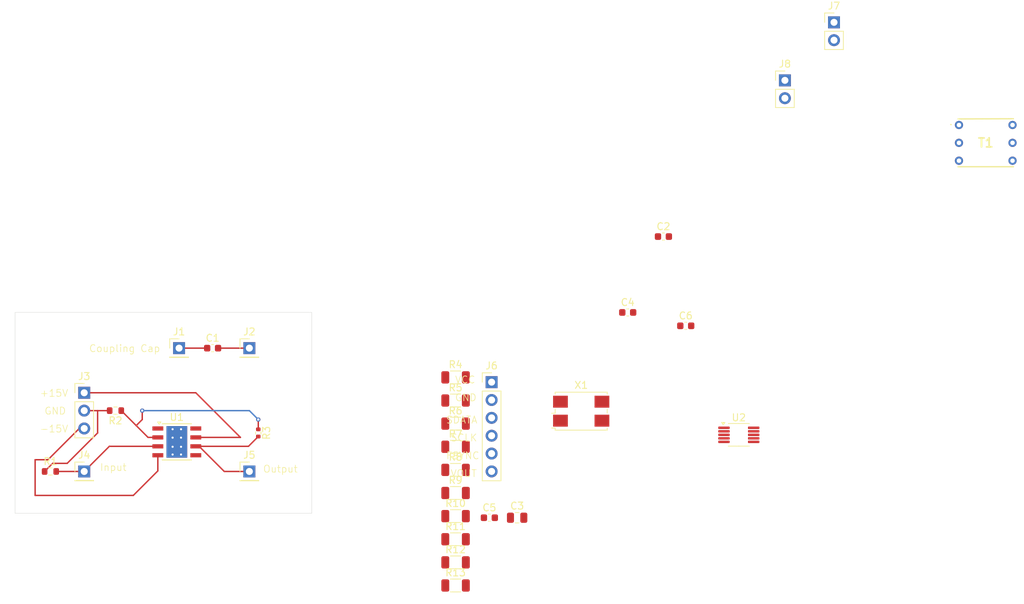
<source format=kicad_pcb>
(kicad_pcb (version 20240108) (generator "pcbnew") (generator_version "8.0")
  (layers (0 "F.Cu" signal) (31 "B.Cu" signal) (34 "B.Paste" user) (35 "F.Paste" user) (36 "B.SilkS" user "B.Silkscreen") (37 "F.SilkS" user "F.Silkscreen") (38 "B.Mask" user) (39 "F.Mask" user) (44 "Edge.Cuts" user))
  (net 0 "")
  (net 1 "Net-(J2-Pin_1)")
  (net 2 "Net-(J1-Pin_1)")
  (net 3 "-15V")
  (net 4 "+15V")
  (net 5 "Earth")
  (net 6 "Input")
  (net 7 "Output")
  (net 8 "Net-(U1--)")
  (net 9 "GND1")
  (net 10 "Net-(U2-CAP{slash}2.5V)")
  (net 11 "Net-(J6-Pin_1)")
  (net 12 "Net-(T1-SEC_2)")
  (net 13 "Net-(J8-Pin_1)")
  (net 14 "Net-(J7-Pin_2)")
  (net 16 "Net-(J8-Pin_2)")
  (net 18 "Net-(J6-Pin_4)")
  (net 19 "Net-(J7-Pin_1)")
  (net 20 "Net-(U2-COMP)")
  (net 21 "Net-(J6-Pin_5)")
  (net 22 "Net-(U2-MCLK)")
  (net 23 "Net-(J6-Pin_3)")
  (net 24 "Net-(J6-Pin_6)")
  (footprint "Connector_PinHeader_2.54mm:PinHeader_1x01_P2.54mm_Vertical" (layer "F.Cu") (at 130.81 105.81)
    (property "Reference" "J5" (at 0 -2.33 0) (layer "F.SilkS"))
    (property "Value" "Conn_01x01_Pin")
    (fp_line (start -1.33 -1.33) (end 0 -1.33) (stroke (width 0.12)) (layer "F.SilkS"))
    (fp_line (start -1.33 0) (end -1.33 -1.33) (stroke (width 0.12)) (layer "F.SilkS"))
    (fp_line (start -1.33 1.27) (end -1.33 1.33) (stroke (width 0.12)) (layer "F.SilkS"))
    (fp_line (start -1.33 1.27) (end 1.33 1.27) (stroke (width 0.12)) (layer "F.SilkS"))
    (fp_line (start -1.33 1.33) (end 1.33 1.33) (stroke (width 0.12)) (layer "F.SilkS"))
    (fp_line (start 1.33 1.27) (end 1.33 1.33) (stroke (width 0.12)) (layer "F.SilkS"))
    (pad "1" thru_hole rect (at 0 0) (size 1.7 1.7) (drill 1) (layers "*.Cu" "*.Mask") (net 7 "Output"))
  )
  (footprint "Connector_PinHeader_2.54mm:PinHeader_1x02_P2.54mm_Vertical" (layer "F.Cu") (at 207.01 50.165)
    (property "Reference" "J8" (at 0 -2.33 0) (layer "F.SilkS"))
    (property "Value" "Conn_01x02_Pin")
    (fp_line (start -1.33 -1.33) (end 0 -1.33) (stroke (width 0.12)) (layer "F.SilkS"))
    (fp_line (start -1.33 0) (end -1.33 -1.33) (stroke (width 0.12)) (layer "F.SilkS"))
    (fp_line (start -1.33 1.27) (end -1.33 3.87) (stroke (width 0.12)) (layer "F.SilkS"))
    (fp_line (start -1.33 1.27) (end 1.33 1.27) (stroke (width 0.12)) (layer "F.SilkS"))
    (fp_line (start -1.33 3.87) (end 1.33 3.87) (stroke (width 0.12)) (layer "F.SilkS"))
    (fp_line (start 1.33 1.27) (end 1.33 3.87) (stroke (width 0.12)) (layer "F.SilkS"))
    (pad "1" thru_hole rect (at 0 0) (size 1.7 1.7) (drill 1) (layers "*.Cu" "*.Mask") (net 13 "Net-(J8-Pin_1)"))
    (pad "2" thru_hole oval (at 0 2.54) (size 1.7 1.7) (drill 1) (layers "*.Cu" "*.Mask") (net 16 "Net-(J8-Pin_2)"))
  )
  (footprint "Connector_PinHeader_2.54mm:PinHeader_1x06_P2.54mm_Vertical" (layer "F.Cu") (at 165.28 93.105)
    (property "Reference" "J6" (at 0 -2.33 0) (layer "F.SilkS"))
    (property "Value" "C37208")
    (fp_line (start -1.33 -1.33) (end 0 -1.33) (stroke (width 0.12)) (layer "F.SilkS"))
    (fp_line (start -1.33 0) (end -1.33 -1.33) (stroke (width 0.12)) (layer "F.SilkS"))
    (fp_line (start -1.33 1.27) (end -1.33 14.03) (stroke (width 0.12)) (layer "F.SilkS"))
    (fp_line (start -1.33 1.27) (end 1.33 1.27) (stroke (width 0.12)) (layer "F.SilkS"))
    (fp_line (start -1.33 14.03) (end 1.33 14.03) (stroke (width 0.12)) (layer "F.SilkS"))
    (fp_line (start 1.33 1.27) (end 1.33 14.03) (stroke (width 0.12)) (layer "F.SilkS"))
    (pad "1" thru_hole rect (at 0 0) (size 1.7 1.7) (drill 1) (layers "*.Cu" "*.Mask") (net 11 "Net-(J6-Pin_1)"))
    (pad "2" thru_hole oval (at 0 2.54) (size 1.7 1.7) (drill 1) (layers "*.Cu" "*.Mask") (net 9 "GND1"))
    (pad "3" thru_hole oval (at 0 5.08) (size 1.7 1.7) (drill 1) (layers "*.Cu" "*.Mask") (net 23 "Net-(J6-Pin_3)"))
    (pad "4" thru_hole oval (at 0 7.62) (size 1.7 1.7) (drill 1) (layers "*.Cu" "*.Mask") (net 18 "Net-(J6-Pin_4)"))
    (pad "5" thru_hole oval (at 0 10.16) (size 1.7 1.7) (drill 1) (layers "*.Cu" "*.Mask") (net 21 "Net-(J6-Pin_5)"))
    (pad "6" thru_hole oval (at 0 12.7) (size 1.7 1.7) (drill 1) (layers "*.Cu" "*.Mask") (net 24 "Net-(J6-Pin_6)"))
  )
  (footprint "Package_SO:TI_SO-PowerPAD-8_ThermalVias" (layer "F.Cu") (at 120.49 101.6)
    (property "Reference" "U1" (at 0 -3.5 0) (layer "F.SilkS"))
    (property "Value" "THS3091DDAR")
    (fp_line (start -2.075 -2.575) (end 2.075 -2.575) (stroke (width 0.15)) (layer "F.SilkS"))
    (fp_line (start -2.075 2.575) (end 2.075 2.575) (stroke (width 0.15)) (layer "F.SilkS"))
    (fp_poly (pts (xy -2.5 -2.5) (xy -2.74 -2.83) (xy -2.26 -2.83) (xy -2.5 -2.5)) (stroke (width 0.12)) (fill solid) (layer "F.SilkS"))
    (pad "1" smd rect (at -2.7 -1.905) (size 1.55 0.6) (layers "F.Cu" "F.Paste" "F.Mask"))
    (pad "2" smd rect (at -2.7 -0.635) (size 1.55 0.6) (layers "F.Cu" "F.Paste" "F.Mask") (net 8 "Net-(U1--)"))
    (pad "3" smd rect (at -2.7 0.635) (size 1.55 0.6) (layers "F.Cu" "F.Paste" "F.Mask") (net 6 "Input"))
    (pad "4" smd rect (at -2.7 1.905) (size 1.55 0.6) (layers "F.Cu" "F.Paste" "F.Mask") (net 3 "-15V"))
    (pad "5" smd rect (at 2.7 1.905) (size 1.55 0.6) (layers "F.Cu" "F.Paste" "F.Mask"))
    (pad "6" smd rect (at 2.7 0.635) (size 1.55 0.6) (layers "F.Cu" "F.Paste" "F.Mask") (net 7 "Output"))
    (pad "7" smd rect (at 2.7 -0.635) (size 1.55 0.6) (layers "F.Cu" "F.Paste" "F.Mask") (net 4 "+15V"))
    (pad "8" smd rect (at 2.7 -1.905) (size 1.55 0.6) (layers "F.Cu" "F.Paste" "F.Mask"))
    (pad "9" thru_hole circle (at -0.6 -1.8) (size 0.6 0.6) (drill 0.3) (layers "*.Cu"))
    (pad "9" thru_hole circle (at -0.6 -0.6) (size 0.6 0.6) (drill 0.3) (layers "*.Cu"))
    (pad "9" thru_hole circle (at -0.6 0.7) (size 0.6 0.6) (drill 0.3) (layers "*.Cu"))
    (pad "9" thru_hole circle (at -0.6 1.8) (size 0.6 0.6) (drill 0.3) (layers "*.Cu"))
    (pad "9" smd rect (at 0 0) (size 2.6 3.1) (layers "F.Cu" "F.Paste" "F.Mask"))
    (pad "9" smd rect (at 0 0) (size 2.95 4.5) (layers "F.Cu"))
    (pad "9" smd rect (at 0 0) (size 2.95 4.5) (layers "B.Cu"))
    (pad "9" thru_hole circle (at 0.6 -1.8) (size 0.6 0.6) (drill 0.3) (layers "*.Cu"))
    (pad "9" thru_hole circle (at 0.6 -0.6) (size 0.6 0.6) (drill 0.3) (layers "*.Cu"))
    (pad "9" thru_hole circle (at 0.6 0.7) (size 0.6 0.6) (drill 0.3) (layers "*.Cu"))
    (pad "9" thru_hole circle (at 0.6 1.8) (size 0.6 0.6) (drill 0.3) (layers "*.Cu"))
  )
  (footprint "Connector_PinHeader_2.54mm:PinHeader_1x02_P2.54mm_Vertical" (layer "F.Cu") (at 213.995 41.91)
    (property "Reference" "J7" (at 0 -2.33 0) (layer "F.SilkS"))
    (property "Value" "Conn_01x02_Pin")
    (fp_line (start -1.33 -1.33) (end 0 -1.33) (stroke (width 0.12)) (layer "F.SilkS"))
    (fp_line (start -1.33 0) (end -1.33 -1.33) (stroke (width 0.12)) (layer "F.SilkS"))
    (fp_line (start -1.33 1.27) (end -1.33 3.87) (stroke (width 0.12)) (layer "F.SilkS"))
    (fp_line (start -1.33 1.27) (end 1.33 1.27) (stroke (width 0.12)) (layer "F.SilkS"))
    (fp_line (start -1.33 3.87) (end 1.33 3.87) (stroke (width 0.12)) (layer "F.SilkS"))
    (fp_line (start 1.33 1.27) (end 1.33 3.87) (stroke (width 0.12)) (layer "F.SilkS"))
    (pad "1" thru_hole rect (at 0 0) (size 1.7 1.7) (drill 1) (layers "*.Cu" "*.Mask") (net 19 "Net-(J7-Pin_1)"))
    (pad "2" thru_hole oval (at 0 2.54) (size 1.7 1.7) (drill 1) (layers "*.Cu" "*.Mask") (net 14 "Net-(J7-Pin_2)"))
  )
  (footprint "Connector_PinHeader_2.54mm:PinHeader_1x01_P2.54mm_Vertical" (layer "F.Cu") (at 130.81 88.265)
    (property "Reference" "J2" (at 0 -2.33 0) (layer "F.SilkS"))
    (property "Value" "Conn_01x01_Pin")
    (fp_line (start -1.33 -1.33) (end 0 -1.33) (stroke (width 0.12)) (layer "F.SilkS"))
    (fp_line (start -1.33 0) (end -1.33 -1.33) (stroke (width 0.12)) (layer "F.SilkS"))
    (fp_line (start -1.33 1.27) (end -1.33 1.33) (stroke (width 0.12)) (layer "F.SilkS"))
    (fp_line (start -1.33 1.27) (end 1.33 1.27) (stroke (width 0.12)) (layer "F.SilkS"))
    (fp_line (start -1.33 1.33) (end 1.33 1.33) (stroke (width 0.12)) (layer "F.SilkS"))
    (fp_line (start 1.33 1.27) (end 1.33 1.33) (stroke (width 0.12)) (layer "F.SilkS"))
    (pad "1" thru_hole rect (at 0 0) (size 1.7 1.7) (drill 1) (layers "*.Cu" "*.Mask") (net 1 "Net-(J2-Pin_1)"))
  )
  (footprint "Mouser:SWB1040PCL" (layer "F.Cu") (at 231.775 56.515)
    (property "Reference" "T1" (at 3.81 2.54 0) (layer "F.SilkS") (effects (font (size 1.27 1.27) (thickness 0.254))))
    (property "Value" "SWB1040-PCL" (hide yes))
    (fp_line (start -1.19 -0.06) (end -1.19 -0.06) (stroke (width 0.1)) (layer "F.SilkS"))
    (fp_line (start -1.09 -0.06) (end -1.09 -0.06) (stroke (width 0.1)) (layer "F.SilkS"))
    (fp_line (start -0.125 -0.86) (end 7.745 -0.89) (stroke (width 0.2)) (layer "F.SilkS"))
    (fp_line (start -0.125 5.94) (end 7.745 5.94) (stroke (width 0.2)) (layer "F.SilkS"))
    (fp_arc (start -1.19 -0.06) (mid -1.14 -0.11) (end -1.09 -0.06) (stroke (width 0.1)) (layer "F.SilkS"))
    (fp_arc (start -1.09 -0.06) (mid -1.14 -0.01) (end -1.19 -0.06) (stroke (width 0.1)) (layer "F.SilkS"))
    (pad "1" thru_hole circle (at 0 0) (size 1.173 1.173) (drill 0.64) (layers "*.Cu" "*.Mask") (net 13 "Net-(J8-Pin_1)"))
    (pad "2" thru_hole circle (at 0 2.54) (size 1.173 1.173) (drill 0.64) (layers "*.Cu" "*.Mask"))
    (pad "3" thru_hole circle (at 0 5.08) (size 1.173 1.173) (drill 0.64) (layers "*.Cu" "*.Mask") (net 16 "Net-(J8-Pin_2)"))
    (pad "4" thru_hole circle (at 7.62 5.08) (size 1.173 1.173) (drill 0.64) (layers "*.Cu" "*.Mask") (net 14 "Net-(J7-Pin_2)"))
    (pad "5" thru_hole circle (at 7.62 2.54) (size 1.173 1.173) (drill 0.64) (layers "*.Cu" "*.Mask"))
    (pad "6" thru_hole circle (at 7.62 0) (size 1.173 1.173) (drill 0.64) (layers "*.Cu" "*.Mask") (net 12 "Net-(T1-SEC_2)"))
  )
  (footprint "Connector_PinHeader_2.54mm:PinHeader_1x01_P2.54mm_Vertical" (layer "F.Cu") (at 120.81 88.265)
    (property "Reference" "J1" (at 0 -2.33 0) (layer "F.SilkS"))
    (property "Value" "Conn_01x01_Pin")
    (fp_line (start -1.33 -1.33) (end 0 -1.33) (stroke (width 0.12)) (layer "F.SilkS"))
    (fp_line (start -1.33 0) (end -1.33 -1.33) (stroke (width 0.12)) (layer "F.SilkS"))
    (fp_line (start -1.33 1.27) (end -1.33 1.33) (stroke (width 0.12)) (layer "F.SilkS"))
    (fp_line (start -1.33 1.27) (end 1.33 1.27) (stroke (width 0.12)) (layer "F.SilkS"))
    (fp_line (start -1.33 1.33) (end 1.33 1.33) (stroke (width 0.12)) (layer "F.SilkS"))
    (fp_line (start 1.33 1.27) (end 1.33 1.33) (stroke (width 0.12)) (layer "F.SilkS"))
    (pad "1" thru_hole rect (at 0 0) (size 1.7 1.7) (drill 1) (layers "*.Cu" "*.Mask") (net 2 "Net-(J1-Pin_1)"))
  )
  (footprint "Capacitor_SMD:C_0603_1608Metric" (layer "F.Cu") (at 192.9 85.09)
    (property "Reference" "C6" (at 0 -1.43 0) (layer "F.SilkS"))
    (property "Value" "C14663")
    (fp_line (start -0.14058 -0.51) (end 0.14058 -0.51) (stroke (width 0.12)) (layer "F.SilkS"))
    (fp_line (start -0.14058 0.51) (end 0.14058 0.51) (stroke (width 0.12)) (layer "F.SilkS"))
    (pad "1" smd roundrect (at -0.775 0) (size 0.9 0.95) (layers "F.Cu" "F.Paste" "F.Mask") (net 11 "Net-(J6-Pin_1)"))
    (pad "2" smd roundrect (at 0.775 0) (size 0.9 0.95) (layers "F.Cu" "F.Paste" "F.Mask") (net 9 "GND1"))
  )
  (footprint "Capacitor_SMD:C_0603_1608Metric" (layer "F.Cu") (at 189.725 72.39)
    (property "Reference" "C2" (at 0 -1.43 0) (layer "F.SilkS"))
    (property "Value" "C14663")
    (fp_line (start -0.14058 -0.51) (end 0.14058 -0.51) (stroke (width 0.12)) (layer "F.SilkS"))
    (fp_line (start -0.14058 0.51) (end 0.14058 0.51) (stroke (width 0.12)) (layer "F.SilkS"))
    (pad "1" smd roundrect (at -0.775 0) (size 0.9 0.95) (layers "F.Cu" "F.Paste" "F.Mask") (net 9 "GND1"))
    (pad "2" smd roundrect (at 0.775 0) (size 0.9 0.95) (layers "F.Cu" "F.Paste" "F.Mask") (net 10 "Net-(U2-CAP{slash}2.5V)"))
  )
  (footprint "Crystal:Crystal_SMD_7050-4Pin_7.0x5.0mm" (layer "F.Cu") (at 178.025 97.235)
    (property "Reference" "X1" (at 0 -3.7 0) (layer "F.SilkS"))
    (property "Value" "C558756")
    (fp_line (start -4.2 0.3) (end -3.7 0.3) (stroke (width 0.12)) (layer "F.SilkS"))
    (fp_line (start -4.2 2.4) (end -3.7 2.4) (stroke (width 0.12)) (layer "F.SilkS"))
    (fp_line (start -3.7 -2.7) (end 3.7 -2.7) (stroke (width 0.12)) (layer "F.SilkS"))
    (fp_line (start -3.7 -2.4) (end -3.7 -2.7) (stroke (width 0.12)) (layer "F.SilkS"))
    (fp_line (start -3.7 0.3) (end -3.7 -0.3) (stroke (width 0.12)) (layer "F.SilkS"))
    (fp_line (start -3.7 2.4) (end -3.7 2.7) (stroke (width 0.12)) (layer "F.SilkS"))
    (fp_line (start -3.7 2.7) (end 3.7 2.7) (stroke (width 0.12)) (layer "F.SilkS"))
    (fp_line (start 3.7 -2.7) (end 3.7 -2.4) (stroke (width 0.12)) (layer "F.SilkS"))
    (fp_line (start 3.7 -0.3) (end 3.7 0.3) (stroke (width 0.12)) (layer "F.SilkS"))
    (fp_line (start 3.7 2.7) (end 3.7 2.4) (stroke (width 0.12)) (layer "F.SilkS"))
    (pad "1" smd rect (at -2.95 1.35) (size 2.1 1.7) (layers "F.Cu" "F.Paste" "F.Mask") (net 11 "Net-(J6-Pin_1)"))
    (pad "2" smd rect (at 2.95 1.35) (size 2.1 1.7) (layers "F.Cu" "F.Paste" "F.Mask") (net 9 "GND1"))
    (pad "3" smd rect (at 2.95 -1.35) (size 2.1 1.7) (layers "F.Cu" "F.Paste" "F.Mask") (net 22 "Net-(U2-MCLK)"))
    (pad "4" smd rect (at -2.95 -1.35) (size 2.1 1.7) (layers "F.Cu" "F.Paste" "F.Mask") (net 11 "Net-(J6-Pin_1)"))
  )
  (footprint "Capacitor_SMD:C_0603_1608Metric" (layer "F.Cu") (at 125.585 88.265)
    (property "Reference" "C1" (at 0 -1.43 0) (layer "F.SilkS"))
    (property "Value" "CC0603KRX7R9BB104")
    (fp_line (start -0.14058 -0.51) (end 0.14058 -0.51) (stroke (width 0.12)) (layer "F.SilkS"))
    (fp_line (start -0.14058 0.51) (end 0.14058 0.51) (stroke (width 0.12)) (layer "F.SilkS"))
    (pad "1" smd roundrect (at -0.775 0) (size 0.9 0.95) (layers "F.Cu" "F.Paste" "F.Mask") (net 2 "Net-(J1-Pin_1)"))
    (pad "2" smd roundrect (at 0.775 0) (size 0.9 0.95) (layers "F.Cu" "F.Paste" "F.Mask") (net 1 "Net-(J2-Pin_1)"))
  )
  (footprint "Resistor_SMD:R_1206_3216Metric" (layer "F.Cu") (at 160.15 115.455)
    (property "Reference" "R11" (at 0 -1.82 0) (layer "F.SilkS"))
    (property "Value" "C17901")
    (fp_line (start -0.727064 -0.91) (end 0.727064 -0.91) (stroke (width 0.12)) (layer "F.SilkS"))
    (fp_line (start -0.727064 0.91) (end 0.727064 0.91) (stroke (width 0.12)) (layer "F.SilkS"))
    (pad "1" smd roundrect (at -1.4625 0) (size 1.125 1.75) (layers "F.Cu" "F.Paste" "F.Mask") (roundrect_rratio 0.222222) (net 12 "Net-(T1-SEC_2)"))
    (pad "2" smd roundrect (at 1.4625 0) (size 1.125 1.75) (layers "F.Cu" "F.Paste" "F.Mask") (roundrect_rratio 0.222222) (net 19 "Net-(J7-Pin_1)"))
  )
  (footprint "Resistor_SMD:R_1206_3216Metric" (layer "F.Cu") (at 160.15 108.875)
    (property "Reference" "R9" (at 0 -1.82 0) (layer "F.SilkS"))
    (property "Value" "C17901")
    (fp_line (start -0.727064 -0.91) (end 0.727064 -0.91) (stroke (width 0.12)) (layer "F.SilkS"))
    (fp_line (start -0.727064 0.91) (end 0.727064 0.91) (stroke (width 0.12)) (layer "F.SilkS"))
    (pad "1" smd roundrect (at -1.4625 0) (size 1.125 1.75) (layers "F.Cu" "F.Paste" "F.Mask") (roundrect_rratio 0.222222) (net 12 "Net-(T1-SEC_2)"))
    (pad "2" smd roundrect (at 1.4625 0) (size 1.125 1.75) (layers "F.Cu" "F.Paste" "F.Mask") (roundrect_rratio 0.222222) (net 19 "Net-(J7-Pin_1)"))
  )
  (footprint "Resistor_SMD:R_0603_1608Metric" (layer "F.Cu") (at 102.505 105.81)
    (property "Reference" "R1" (at 0 -1.43 0) (layer "F.SilkS"))
    (property "Value" "RT0603BRE0750RL")
    (fp_line (start -0.237258 -0.5225) (end 0.237258 -0.5225) (stroke (width 0.12)) (layer "F.SilkS"))
    (fp_line (start -0.237258 0.5225) (end 0.237258 0.5225) (stroke (width 0.12)) (layer "F.SilkS"))
    (pad "1" smd roundrect (at -0.825 0) (size 0.8 0.95) (layers "F.Cu" "F.Paste" "F.Mask") (net 5 "Earth"))
    (pad "2" smd roundrect (at 0.825 0) (size 0.8 0.95) (layers "F.Cu" "F.Paste" "F.Mask") (net 6 "Input"))
  )
  (footprint "Resistor_SMD:R_1206_3216Metric" (layer "F.Cu") (at 160.15 102.295)
    (property "Reference" "R7" (at 0 -1.82 0) (layer "F.SilkS"))
    (property "Value" "C17901")
    (fp_line (start -0.727064 -0.91) (end 0.727064 -0.91) (stroke (width 0.12)) (layer "F.SilkS"))
    (fp_line (start -0.727064 0.91) (end 0.727064 0.91) (stroke (width 0.12)) (layer "F.SilkS"))
    (pad "1" smd roundrect (at -1.4625 0) (size 1.125 1.75) (layers "F.Cu" "F.Paste" "F.Mask") (roundrect_rratio 0.222222) (net 12 "Net-(T1-SEC_2)"))
    (pad "2" smd roundrect (at 1.4625 0) (size 1.125 1.75) (layers "F.Cu" "F.Paste" "F.Mask") (roundrect_rratio 0.222222) (net 19 "Net-(J7-Pin_1)"))
  )
  (footprint "Capacitor_SMD:C_0603_1608Metric" (layer "F.Cu") (at 184.645 83.185)
    (property "Reference" "C4" (at 0 -1.43 0) (layer "F.SilkS"))
    (property "Value" "C14663")
    (fp_line (start -0.14058 -0.51) (end 0.14058 -0.51) (stroke (width 0.12)) (layer "F.SilkS"))
    (fp_line (start -0.14058 0.51) (end 0.14058 0.51) (stroke (width 0.12)) (layer "F.SilkS"))
    (pad "1" smd roundrect (at -0.775 0) (size 0.9 0.95) (layers "F.Cu" "F.Paste" "F.Mask") (net 9 "GND1"))
    (pad "2" smd roundrect (at 0.775 0) (size 0.9 0.95) (layers "F.Cu" "F.Paste" "F.Mask") (net 11 "Net-(J6-Pin_1)"))
  )
  (footprint "Resistor_SMD:R_0603_1608Metric" (layer "F.Cu") (at 111.76 97.155 180)
    (property "Reference" "R2" (at 0 -1.43 0) (layer "F.SilkS"))
    (property "Value" "0603WAF1001T5E")
    (fp_line (start -0.237258 0.5225) (end 0.237258 0.5225) (stroke (width 0.12)) (layer "F.SilkS"))
    (fp_line (start -0.237258 -0.5225) (end 0.237258 -0.5225) (stroke (width 0.12)) (layer "F.SilkS"))
    (pad "1" smd roundrect (at -0.825 0 180) (size 0.8 0.95) (layers "F.Cu" "F.Paste" "F.Mask") (net 8 "Net-(U1--)"))
    (pad "2" smd roundrect (at 0.825 0 180) (size 0.8 0.95) (layers "F.Cu" "F.Paste" "F.Mask") (net 5 "Earth"))
  )
  (footprint "Resistor_SMD:R_1206_3216Metric" (layer "F.Cu") (at 160.15 112.165)
    (property "Reference" "R10" (at 0 -1.82 0) (layer "F.SilkS"))
    (property "Value" "C17901")
    (fp_line (start -0.727064 -0.91) (end 0.727064 -0.91) (stroke (width 0.12)) (layer "F.SilkS"))
    (fp_line (start -0.727064 0.91) (end 0.727064 0.91) (stroke (width 0.12)) (layer "F.SilkS"))
    (pad "1" smd roundrect (at -1.4625 0) (size 1.125 1.75) (layers "F.Cu" "F.Paste" "F.Mask") (roundrect_rratio 0.222222) (net 12 "Net-(T1-SEC_2)"))
    (pad "2" smd roundrect (at 1.4625 0) (size 1.125 1.75) (layers "F.Cu" "F.Paste" "F.Mask") (roundrect_rratio 0.222222) (net 19 "Net-(J7-Pin_1)"))
  )
  (footprint "Resistor_SMD:R_1206_3216Metric" (layer "F.Cu") (at 160.15 105.585)
    (property "Reference" "R8" (at 0 -1.82 0) (layer "F.SilkS"))
    (property "Value" "C17901")
    (fp_line (start -0.727064 -0.91) (end 0.727064 -0.91) (stroke (width 0.12)) (layer "F.SilkS"))
    (fp_line (start -0.727064 0.91) (end 0.727064 0.91) (stroke (width 0.12)) (layer "F.SilkS"))
    (pad "1" smd roundrect (at -1.4625 0) (size 1.125 1.75) (layers "F.Cu" "F.Paste" "F.Mask") (roundrect_rratio 0.222222) (net 12 "Net-(T1-SEC_2)"))
    (pad "2" smd roundrect (at 1.4625 0) (size 1.125 1.75) (layers "F.Cu" "F.Paste" "F.Mask") (roundrect_rratio 0.222222) (net 19 "Net-(J7-Pin_1)"))
  )
  (footprint "Resistor_SMD:R_1206_3216Metric" (layer "F.Cu") (at 160.15 95.715)
    (property "Reference" "R5" (at 0 -1.82 0) (layer "F.SilkS"))
    (property "Value" "C17901")
    (fp_line (start -0.727064 -0.91) (end 0.727064 -0.91) (stroke (width 0.12)) (layer "F.SilkS"))
    (fp_line (start -0.727064 0.91) (end 0.727064 0.91) (stroke (width 0.12)) (layer "F.SilkS"))
    (pad "1" smd roundrect (at -1.4625 0) (size 1.125 1.75) (layers "F.Cu" "F.Paste" "F.Mask") (roundrect_rratio 0.222222) (net 12 "Net-(T1-SEC_2)"))
    (pad "2" smd roundrect (at 1.4625 0) (size 1.125 1.75) (layers "F.Cu" "F.Paste" "F.Mask") (roundrect_rratio 0.222222) (net 19 "Net-(J7-Pin_1)"))
  )
  (footprint "Capacitor_SMD:C_0603_1608Metric" (layer "F.Cu") (at 164.96 112.395)
    (property "Reference" "C5" (at 0 -1.43 0) (layer "F.SilkS"))
    (property "Value" "C57112")
    (fp_line (start -0.14058 -0.51) (end 0.14058 -0.51) (stroke (width 0.12)) (layer "F.SilkS"))
    (fp_line (start -0.14058 0.51) (end 0.14058 0.51) (stroke (width 0.12)) (layer "F.SilkS"))
    (pad "1" smd roundrect (at -0.775 0) (size 0.9 0.95) (layers "F.Cu" "F.Paste" "F.Mask") (net 11 "Net-(J6-Pin_1)"))
    (pad "2" smd roundrect (at 0.775 0) (size 0.9 0.95) (layers "F.Cu" "F.Paste" "F.Mask") (net 20 "Net-(U2-COMP)"))
  )
  (footprint "Capacitor_SMD:C_0805_2012Metric" (layer "F.Cu") (at 168.91 112.395)
    (property "Reference" "C3" (at 0 -1.68 0) (layer "F.SilkS"))
    (property "Value" "C1779")
    (fp_line (start -0.261252 -0.735) (end 0.261252 -0.735) (stroke (width 0.12)) (layer "F.SilkS"))
    (fp_line (start -0.261252 0.735) (end 0.261252 0.735) (stroke (width 0.12)) (layer "F.SilkS"))
    (pad "1" smd roundrect (at -0.95 0) (size 1 1.45) (layers "F.Cu" "F.Paste" "F.Mask") (net 9 "GND1"))
    (pad "2" smd roundrect (at 0.95 0) (size 1 1.45) (layers "F.Cu" "F.Paste" "F.Mask") (net 11 "Net-(J6-Pin_1)"))
  )
  (footprint "Resistor_SMD:R_0402_1005Metric" (layer "F.Cu") (at 132.08 100.33 -90)
    (property "Reference" "R3" (at 0 -1.17 90) (layer "F.SilkS"))
    (property "Value" "RTT025002FTH")
    (fp_line (start -0.153641 0.38) (end 0.153641 0.38) (stroke (width 0.12)) (layer "F.SilkS"))
    (fp_line (start -0.153641 -0.38) (end 0.153641 -0.38) (stroke (width 0.12)) (layer "F.SilkS"))
    (pad "1" smd roundrect (at -0.51 0 270) (size 0.54 0.64) (layers "F.Cu" "F.Paste" "F.Mask") (net 8 "Net-(U1--)"))
    (pad "2" smd roundrect (at 0.51 0 270) (size 0.54 0.64) (layers "F.Cu" "F.Paste" "F.Mask") (net 7 "Output"))
  )
  (footprint "Connector_PinHeader_2.54mm:PinHeader_1x01_P2.54mm_Vertical" (layer "F.Cu") (at 107.315 105.81)
    (property "Reference" "J4" (at 0 -2.33 0) (layer "F.SilkS"))
    (property "Value" "Conn_01x01_Pin")
    (fp_line (start -1.33 -1.33) (end 0 -1.33) (stroke (width 0.12)) (layer "F.SilkS"))
    (fp_line (start -1.33 0) (end -1.33 -1.33) (stroke (width 0.12)) (layer "F.SilkS"))
    (fp_line (start -1.33 1.27) (end -1.33 1.33) (stroke (width 0.12)) (layer "F.SilkS"))
    (fp_line (start -1.33 1.27) (end 1.33 1.27) (stroke (width 0.12)) (layer "F.SilkS"))
    (fp_line (start -1.33 1.33) (end 1.33 1.33) (stroke (width 0.12)) (layer "F.SilkS"))
    (fp_line (start 1.33 1.27) (end 1.33 1.33) (stroke (width 0.12)) (layer "F.SilkS"))
    (pad "1" thru_hole rect (at 0 0) (size 1.7 1.7) (drill 1) (layers "*.Cu" "*.Mask") (net 6 "Input"))
  )
  (footprint "Resistor_SMD:R_1206_3216Metric" (layer "F.Cu") (at 160.15 92.425)
    (property "Reference" "R4" (at 0 -1.82 0) (layer "F.SilkS"))
    (property "Value" "C17901")
    (fp_line (start -0.727064 -0.91) (end 0.727064 -0.91) (stroke (width 0.12)) (layer "F.SilkS"))
    (fp_line (start -0.727064 0.91) (end 0.727064 0.91) (stroke (width 0.12)) (layer "F.SilkS"))
    (pad "1" smd roundrect (at -1.4625 0) (size 1.125 1.75) (layers "F.Cu" "F.Paste" "F.Mask") (roundrect_rratio 0.222222) (net 12 "Net-(T1-SEC_2)"))
    (pad "2" smd roundrect (at 1.4625 0) (size 1.125 1.75) (layers "F.Cu" "F.Paste" "F.Mask") (roundrect_rratio 0.222222) (net 19 "Net-(J7-Pin_1)"))
  )
  (footprint "Resistor_SMD:R_1206_3216Metric" (layer "F.Cu") (at 160.15 99.005)
    (property "Reference" "R6" (at 0 -1.82 0) (layer "F.SilkS"))
    (property "Value" "C17901")
    (fp_line (start -0.727064 -0.91) (end 0.727064 -0.91) (stroke (width 0.12)) (layer "F.SilkS"))
    (fp_line (start -0.727064 0.91) (end 0.727064 0.91) (stroke (width 0.12)) (layer "F.SilkS"))
    (pad "1" smd roundrect (at -1.4625 0) (size 1.125 1.75) (layers "F.Cu" "F.Paste" "F.Mask") (roundrect_rratio 0.222222) (net 12 "Net-(T1-SEC_2)"))
    (pad "2" smd roundrect (at 1.4625 0) (size 1.125 1.75) (layers "F.Cu" "F.Paste" "F.Mask") (roundrect_rratio 0.222222) (net 19 "Net-(J7-Pin_1)"))
  )
  (footprint "Resistor_SMD:R_1206_3216Metric" (layer "F.Cu") (at 160.15 122.035)
    (property "Reference" "R13" (at 0 -1.82 0) (layer "F.SilkS"))
    (property "Value" "C17901")
    (fp_line (start -0.727064 -0.91) (end 0.727064 -0.91) (stroke (width 0.12)) (layer "F.SilkS"))
    (fp_line (start -0.727064 0.91) (end 0.727064 0.91) (stroke (width 0.12)) (layer "F.SilkS"))
    (pad "1" smd roundrect (at -1.4625 0) (size 1.125 1.75) (layers "F.Cu" "F.Paste" "F.Mask") (roundrect_rratio 0.222222) (net 12 "Net-(T1-SEC_2)"))
    (pad "2" smd roundrect (at 1.4625 0) (size 1.125 1.75) (layers "F.Cu" "F.Paste" "F.Mask") (roundrect_rratio 0.222222) (net 19 "Net-(J7-Pin_1)"))
  )
  (footprint "Resistor_SMD:R_1206_3216Metric" (layer "F.Cu") (at 160.15 118.745)
    (property "Reference" "R12" (at 0 -1.82 0) (layer "F.SilkS"))
    (property "Value" "C17901")
    (fp_line (start -0.727064 -0.91) (end 0.727064 -0.91) (stroke (width 0.12)) (layer "F.SilkS"))
    (fp_line (start -0.727064 0.91) (end 0.727064 0.91) (stroke (width 0.12)) (layer "F.SilkS"))
    (pad "1" smd roundrect (at -1.4625 0) (size 1.125 1.75) (layers "F.Cu" "F.Paste" "F.Mask") (roundrect_rratio 0.222222) (net 12 "Net-(T1-SEC_2)"))
    (pad "2" smd roundrect (at 1.4625 0) (size 1.125 1.75) (layers "F.Cu" "F.Paste" "F.Mask") (roundrect_rratio 0.222222) (net 19 "Net-(J7-Pin_1)"))
  )
  (footprint "Connector_PinHeader_2.54mm:PinHeader_1x03_P2.54mm_Vertical" (layer "F.Cu") (at 107.315 94.615)
    (property "Reference" "J3" (at 0 -2.33 0) (layer "F.SilkS"))
    (property "Value" "Conn_01x03_Pin")
    (fp_line (start -1.33 -1.33) (end 0 -1.33) (stroke (width 0.12)) (layer "F.SilkS"))
    (fp_line (start -1.33 0) (end -1.33 -1.33) (stroke (width 0.12)) (layer "F.SilkS"))
    (fp_line (start -1.33 1.27) (end -1.33 6.41) (stroke (width 0.12)) (layer "F.SilkS"))
    (fp_line (start -1.33 1.27) (end 1.33 1.27) (stroke (width 0.12)) (layer "F.SilkS"))
    (fp_line (start -1.33 6.41) (end 1.33 6.41) (stroke (width 0.12)) (layer "F.SilkS"))
    (fp_line (start 1.33 1.27) (end 1.33 6.41) (stroke (width 0.12)) (layer "F.SilkS"))
    (pad "1" thru_hole rect (at 0 0) (size 1.7 1.7) (drill 1) (layers "*.Cu" "*.Mask") (net 4 "+15V"))
    (pad "2" thru_hole oval (at 0 2.54) (size 1.7 1.7) (drill 1) (layers "*.Cu" "*.Mask") (net 5 "Earth"))
    (pad "3" thru_hole oval (at 0 5.08) (size 1.7 1.7) (drill 1) (layers "*.Cu" "*.Mask") (net 3 "-15V"))
  )
  (footprint "Package_SO:MSOP-10_3x3mm_P0.5mm" (layer "F.Cu") (at 200.4525 100.6)
    (property "Reference" "U2" (at 0 -2.45 0) (layer "F.SilkS"))
    (property "Value" "AD9833xRM")
    (fp_line (start 0 -1.61) (end -1.5 -1.61) (stroke (width 0.12)) (layer "F.SilkS"))
    (fp_line (start 0 -1.61) (end 1.5 -1.61) (stroke (width 0.12)) (layer "F.SilkS"))
    (fp_line (start 0 1.61) (end -1.5 1.61) (stroke (width 0.12)) (layer "F.SilkS"))
    (fp_line (start 0 1.61) (end 1.5 1.61) (stroke (width 0.12)) (layer "F.SilkS"))
    (fp_poly (pts (xy -2.2125 -1.435) (xy -2.4525 -1.765) (xy -1.9725 -1.765) (xy -2.2125 -1.435)) (stroke (width 0.12)) (fill solid) (layer "F.SilkS"))
    (pad "1" smd roundrect (at -2.1125 -1) (size 1.625 0.35) (layers "F.Cu" "F.Paste" "F.Mask") (net 20 "Net-(U2-COMP)"))
    (pad "2" smd roundrect (at -2.1125 -0.5) (size 1.625 0.35) (layers "F.Cu" "F.Paste" "F.Mask") (net 11 "Net-(J6-Pin_1)"))
    (pad "3" smd roundrect (at -2.1125 0) (size 1.625 0.35) (layers "F.Cu" "F.Paste" "F.Mask") (net 10 "Net-(U2-CAP{slash}2.5V)"))
    (pad "4" smd roundrect (at -2.1125 0.5) (size 1.625 0.35) (layers "F.Cu" "F.Paste" "F.Mask") (net 9 "GND1"))
    (pad "5" smd roundrect (at -2.1125 1) (size 1.625 0.35) (layers "F.Cu" "F.Paste" "F.Mask") (net 22 "Net-(U2-MCLK)"))
    (pad "6" smd roundrect (at 2.1125 1) (size 1.625 0.35) (layers "F.Cu" "F.Paste" "F.Mask") (net 23 "Net-(J6-Pin_3)"))
    (pad "7" smd roundrect (at 2.1125 0.5) (size 1.625 0.35) (layers "F.Cu" "F.Paste" "F.Mask") (net 18 "Net-(J6-Pin_4)"))
    (pad "8" smd roundrect (at 2.1125 0) (size 1.625 0.35) (layers "F.Cu" "F.Paste" "F.Mask") (net 21 "Net-(J6-Pin_5)"))
    (pad "9" smd roundrect (at 2.1125 -0.5) (size 1.625 0.35) (layers "F.Cu" "F.Paste" "F.Mask") (net 9 "GND1"))
    (pad "10" smd roundrect (at 2.1125 -1) (size 1.625 0.35) (layers "F.Cu" "F.Paste" "F.Mask") (net 24 "Net-(J6-Pin_6)"))
  )
  (gr_rect (start 97.4725 83.185) (end 139.7 111.76) (stroke (width 0.05)) (fill none) (layer "Edge.Cuts"))
  (gr_text "VOUT" (at 159.385 106.68 0) (layer "F.SilkS") (effects (font (size 1 1) (thickness 0.1)) (justify left bottom)))
  (gr_text "SDATA" (at 158.75 99.06 0) (layer "F.SilkS") (effects (font (size 1 1) (thickness 0.1)) (justify left bottom)))
  (gr_text "Coupling Cap" (at 107.95 88.9 0) (layer "F.SilkS") (effects (font (size 1 1) (thickness 0.1)) (justify left bottom)))
  (gr_text "GND" (at 101.6 97.79 0) (layer "F.SilkS") (effects (font (size 1 1) (thickness 0.1)) (justify left bottom)))
  (gr_text "-15V" (at 100.965 100.33 0) (layer "F.SilkS") (effects (font (size 1 1) (thickness 0.1)) (justify left bottom)))
  (gr_text "Output" (at 132.715 106.045 0) (layer "F.SilkS") (effects (font (size 1 1) (thickness 0.1)) (justify left bottom)))
  (gr_text "Input" (at 109.505 105.81 0) (layer "F.SilkS") (effects (font (size 1 1) (thickness 0.1)) (justify left bottom)))
  (gr_text "FSYNC" (at 158.75 104.14 0) (layer "F.SilkS") (effects (font (size 1 1) (thickness 0.1)) (justify left bottom)))
  (gr_text "GND" (at 160.02 95.885 0) (layer "F.SilkS") (effects (font (size 1 1) (thickness 0.1)) (justify left bottom)))
  (gr_text "VCC" (at 160.02 93.345 0) (layer "F.SilkS") (effects (font (size 1 1) (thickness 0.1)) (justify left bottom)))
  (gr_text "+15V" (at 100.965 95.25 0) (layer "F.SilkS") (effects (font (size 1 1) (thickness 0.1)) (justify left bottom)))
  (gr_text "SCLK" (at 159.385 101.6 0) (layer "F.SilkS") (effects (font (size 1 1) (thickness 0.1)) (justify left bottom)))
  (segment (start 126.36 88.265) (end 130.81 88.265) (width 0.2) (layer "F.Cu") (net 1))
  (segment (start 120.81 88.265) (end 124.81 88.265) (width 0.2) (layer "F.Cu") (net 2))
  (segment (start 107.315 99.695) (end 106.607352 99.695) (width 0.2) (layer "F.Cu") (net 3))
  (segment (start 106.607352 99.695) (end 102.162352 104.14) (width 0.2) (layer "F.Cu") (net 3))
  (segment (start 114.3 109.22) (end 117.79 105.73) (width 0.2) (layer "F.Cu") (net 3))
  (segment (start 100.33 104.14) (end 100.33 109.22) (width 0.2) (layer "F.Cu") (net 3))
  (segment (start 117.79 105.73) (end 117.79 103.505) (width 0.2) (layer "F.Cu") (net 3))
  (segment (start 100.33 109.22) (end 114.3 109.22) (width 0.2) (layer "F.Cu") (net 3))
  (segment (start 102.162352 104.14) (end 100.33 104.14) (width 0.2) (layer "F.Cu") (net 3))
  (segment (start 123.19 100.965) (end 129.54 100.965) (width 0.2) (layer "F.Cu") (net 4))
  (segment (start 129.54 100.965) (end 123.19 94.615) (width 0.2) (layer "F.Cu") (net 4))
  (segment (start 123.19 94.615) (end 107.315 94.615) (width 0.2) (layer "F.Cu") (net 4))
  (segment (start 109.22 100.33) (end 109.22 97.155) (width 0.2) (layer "F.Cu") (net 5))
  (segment (start 101.68 105.81) (end 102.83 104.66) (width 0.2) (layer "F.Cu") (net 5))
  (segment (start 109.22 97.155) (end 110.935 97.155) (width 0.2) (layer "F.Cu") (net 5))
  (segment (start 107.315 97.155) (end 109.22 97.155) (width 0.2) (layer "F.Cu") (net 5))
  (segment (start 102.83 104.66) (end 104.89 104.66) (width 0.2) (layer "F.Cu") (net 5))
  (segment (start 104.89 104.66) (end 109.22 100.33) (width 0.2) (layer "F.Cu") (net 5))
  (segment (start 107.315 105.81) (end 103.33 105.81) (width 0.2) (layer "F.Cu") (net 6))
  (segment (start 110.89 102.235) (end 107.315 105.81) (width 0.2) (layer "F.Cu") (net 6))
  (segment (start 117.79 102.235) (end 110.89 102.235) (width 0.2) (layer "F.Cu") (net 6))
  (segment (start 130.685 102.235) (end 123.19 102.235) (width 0.2) (layer "F.Cu") (net 7))
  (segment (start 132.08 100.84) (end 130.685 102.235) (width 0.2) (layer "F.Cu") (net 7))
  (segment (start 123.665 102.235) (end 127.24 105.81) (width 0.2) (layer "F.Cu") (net 7))
  (segment (start 123.19 102.235) (end 123.665 102.235) (width 0.2) (layer "F.Cu") (net 7))
  (segment (start 127.24 105.81) (end 130.81 105.81) (width 0.2) (layer "F.Cu") (net 7))
  (segment (start 112.585 97.155) (end 114.7125 99.2825) (width 0.2) (layer "F.Cu") (net 8))
  (segment (start 115.57 97.155) (end 115.57 98.425) (width 0.2) (layer "F.Cu") (net 8))
  (segment (start 115.57 98.425) (end 114.7125 99.2825) (width 0.2) (layer "F.Cu") (net 8))
  (segment (start 132.08 99.82) (end 132.08 98.425) (width 0.2) (layer "F.Cu") (net 8))
  (segment (start 116.395 100.965) (end 117.79 100.965) (width 0.2) (layer "F.Cu") (net 8))
  (segment (start 114.7125 99.2825) (end 116.395 100.965) (width 0.2) (layer "F.Cu") (net 8))
  (via (at 132.08 98.425) (size 0.6) (drill 0.3) (layers "F.Cu" "B.Cu") (net 8))
  (via (at 115.57 97.155) (size 0.6) (drill 0.3) (layers "F.Cu" "B.Cu") (net 8))
  (segment (start 130.81 97.155) (end 115.57 97.155) (width 0.2) (layer "B.Cu") (net 8))
  (segment (start 132.08 98.425) (end 130.81 97.155) (width 0.2) (layer "B.Cu") (net 8))
)
</source>
